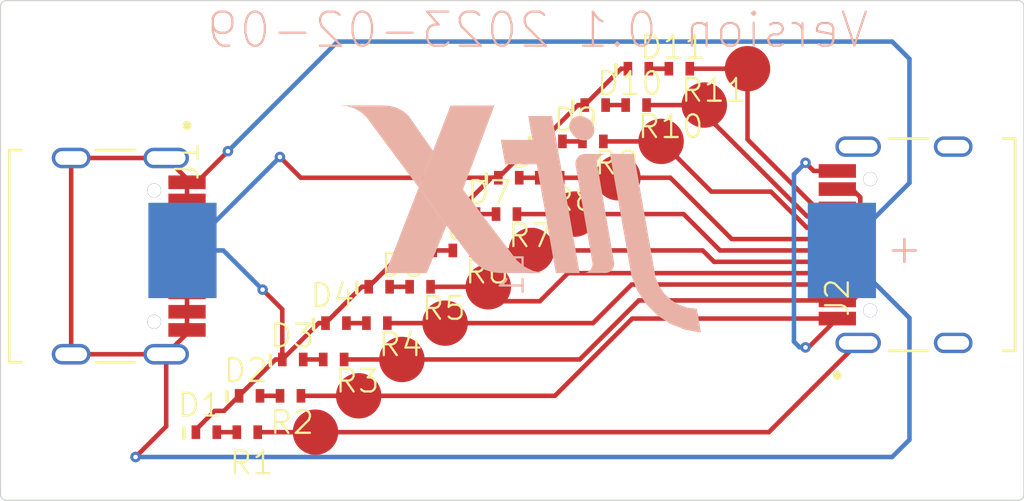
<source format=kicad_pcb>
(kicad_pcb (version 20211014) (generator pcbnew)
  (layers (0 "F.Cu" signal) (1 "In1.Cu" signal) (2 "In2.Cu" signal) (31 "B.Cu" signal) (34 "B.Paste" user) (35 "F.Paste" user) (36 "B.SilkS" user "B.Silkscreen") (37 "F.SilkS" user "F.Silkscreen") (38 "B.Mask" user) (39 "F.Mask" user) (44 "Edge.Cuts" user))
  (net 0 "")
  (net 1 "VBUS-net")
  (net 2 "GND")
  (net 3 "POWER")
  (net 4 "DN1-net")
  (net 5 "SBU2-net")
  (net 6 "DP2-net")
  (net 7 "CC1-net")
  (net 8 "SBU1-net")
  (net 9 "SHIELD-net")
  (net 10 "DN2-net")
  (net 11 "CC2-net")
  (net 12 "GND-net")
  (net 13 "DP1-net")
  (net 14 "a")
  (net 15 "status-led_a")
  (net 16 "test-led_status-led_a")
  (net 17 "test-led_status-led_a1")
  (net 18 "test-led_status-led_a2")
  (net 19 "test-led_status-led_a3")
  (net 20 "test-led_status-led_a4")
  (net 21 "test-led_status-led_a5")
  (net 22 "test-led_status-led_a6")
  (net 23 "test-led_status-led_a7")
  (net 24 "test-led_status-led_a8")
  (footprint "CAD:IPC_TWO_PIN_POL_LANDPATTERN" (layer "F.Cu") (at 143.15 101.6 90)
    (fp_text reference "D10" (at 0.95 0) (layer "F.SilkS") (effects (font (thickness 0.1)) (justify left)))
    (fp_text value "~" hide)
    (fp_line (start -0.2735 -0.9865) (end 0.1855 -0.9865) (layer "F.SilkS") (width 0.153))
    (pad "a" smd rect (at 0 0.459861 90) (size 0.6 0.380278) (layers "F.Cu" "F.Paste") (net 20 "test-led_status-led_a4"))
    (pad "c" smd rect (at 0 -0.459861 90) (size 0.6 0.380278) (layers "F.Cu" "F.Paste") (net 2 "GND"))
  )
  (footprint "CAD:IPC_TWO_PIN_LANDPATTERN" (layer "F.Cu") (at 137.35 108 -90)
    (fp_text reference "R6" (at 0.95 0) (layer "F.SilkS") (effects (font (thickness 0.1)) (justify left)))
    (fp_text value "1K" hide)
    (pad "1" smd rect (at 0 -0.459861 270) (size 0.6 0.380278) (layers "F.Cu" "F.Paste") (net 10 "DN2-net"))
    (pad "2" smd rect (at 0 0.459861 270) (size 0.6 0.380278) (layers "F.Cu" "F.Paste") (net 22 "test-led_status-led_a6"))
  )
  (footprint "CAD:IPC_TWO_PIN_POL_LANDPATTERN" (layer "F.Cu") (at 145.05 100 90)
    (fp_text reference "D11" (at 0.95 0) (layer "F.SilkS") (effects (font (thickness 0.1)) (justify left)))
    (fp_text value "~" hide)
    (fp_line (start -0.2735 -0.9865) (end 0.1855 -0.9865) (layer "F.SilkS") (width 0.153))
    (pad "a" smd rect (at 0 0.459861 90) (size 0.6 0.380278) (layers "F.Cu" "F.Paste") (net 23 "test-led_status-led_a7"))
    (pad "c" smd rect (at 0 -0.459861 90) (size 0.6 0.380278) (layers "F.Cu" "F.Paste") (net 2 "GND"))
  )
  (footprint "CAD:IPC_TWO_PIN_POL_LANDPATTERN" (layer "F.Cu") (at 129.85 112.8 90)
    (fp_text reference "D3" (at 1.04 -1.072) (layer "F.SilkS") (effects (font (thickness 0.1)) (justify left)))
    (fp_text value "~" hide)
    (fp_line (start -0.2735 -0.9865) (end 0.1855 -0.9865) (layer "F.SilkS") (width 0.153))
    (pad "a" smd rect (at 0 0.459861 90) (size 0.6 0.380278) (layers "F.Cu" "F.Paste") (net 15 "status-led_a"))
    (pad "c" smd rect (at 0 -0.459861 90) (size 0.6 0.380278) (layers "F.Cu" "F.Paste") (net 2 "GND"))
  )
  (footprint "CAD:IPC_TWO_PIN_POL_LANDPATTERN" (layer "F.Cu") (at 137.45 106.4 90)
    (fp_text reference "D7" (at 0.95 0) (layer "F.SilkS") (effects (font (thickness 0.1)) (justify left)))
    (fp_text value "~" hide)
    (fp_line (start -0.2735 -0.9865) (end 0.1855 -0.9865) (layer "F.SilkS") (width 0.153))
    (pad "a" smd rect (at 0 0.459861 90) (size 0.6 0.380278) (layers "F.Cu" "F.Paste") (net 14 "a"))
    (pad "c" smd rect (at 0 -0.459861 90) (size 0.6 0.380278) (layers "F.Cu" "F.Paste") (net 2 "GND"))
  )
  (footprint "CAD:IPC_TWO_PIN_POL_LANDPATTERN" (layer "F.Cu") (at 135.55 108 90)
    (fp_text reference "D6" (at 0.95 0) (layer "F.SilkS") (effects (font (thickness 0.1)) (justify left)))
    (fp_text value "~" hide)
    (fp_line (start -0.2735 -0.9865) (end 0.1855 -0.9865) (layer "F.SilkS") (width 0.153))
    (pad "a" smd rect (at 0 0.459861 90) (size 0.6 0.380278) (layers "F.Cu" "F.Paste") (net 22 "test-led_status-led_a6"))
    (pad "c" smd rect (at 0 -0.459861 90) (size 0.6 0.380278) (layers "F.Cu" "F.Paste") (net 2 "GND"))
  )
  (footprint "CAD:TESTPAD" (layer "F.Cu") (at 146.05 103.2)
    (fp_text reference "" (at 0 0) (layer "F.SilkS") (effects (font (size 1.27 1.27))))
    (fp_text value "~" hide)
    (pad "tp" smd circle (at 0 0) (size 2 2) (layers "F.Cu") (net 6 "DP2-net"))
  )
  (footprint "CAD:IPC_TWO_PIN_POL_LANDPATTERN" (layer "F.Cu") (at 133.65 109.6 90)
    (fp_text reference "D5" (at 0.95 0) (layer "F.SilkS") (effects (font (thickness 0.1)) (justify left)))
    (fp_text value "~" hide)
    (fp_line (start -0.2735 -0.9865) (end 0.1855 -0.9865) (layer "F.SilkS") (width 0.153))
    (pad "a" smd rect (at 0 0.459861 90) (size 0.6 0.380278) (layers "F.Cu" "F.Paste") (net 19 "test-led_status-led_a3"))
    (pad "c" smd rect (at 0 -0.459861 90) (size 0.6 0.380278) (layers "F.Cu" "F.Paste") (net 2 "GND"))
  )
  (footprint "CAD:LP_TYPE_C_31_M_12" (layer "F.Cu") (at 153.8 111 90)
    (fp_text reference "J2" (at 0 0 90) (layer "F.SilkS") (effects (font (thickness 0.1)) (justify left)))
    (fp_text value "~" hide)
    (fp_line (start 7.924 7.82) (end 7.924 7.28) (layer "F.SilkS") (width 0.12))
    (fp_line (start -1.42 7.82) (end 7.924 7.82) (layer "F.SilkS") (width 0.12))
    (fp_line (start -1.42 7.28) (end -1.42 7.82) (layer "F.SilkS") (width 0.12))
    (fp_line (start 7.924 4) (end 7.924 2.28) (layer "F.SilkS") (width 0.12))
    (fp_line (start -1.42 2.28) (end -1.42 4) (layer "F.SilkS") (width 0.12))
    (fp_poly (pts (xy -2.3 0) (xy -2.303843 -0.039018) (xy -2.315224 -0.076537) (xy -2.333706 -0.111114) (xy -2.358579 -0.141421) (xy -2.388886 -0.166294) (xy -2.423463 -0.184776) (xy -2.460982 -0.196157) (xy -2.5 -0.2) (xy -2.539018 -0.196157) (xy -2.576537 -0.184776) (xy -2.611114 -0.166294) (xy -2.641421 -0.141421) (xy -2.666294 -0.111114) (xy -2.684776 -0.076537) (xy -2.696157 -0.039018) (xy -2.7 0) (xy -2.696157 0.039018) (xy -2.684776 0.076537) (xy -2.666294 0.111114) (xy -2.641421 0.141421) (xy -2.611114 0.166294) (xy -2.576537 0.184776) (xy -2.539018 0.196157) (xy -2.5 0.2) (xy -2.460982 0.196157) (xy -2.423463 0.184776) (xy -2.388886 0.166294) (xy -2.358579 0.141421) (xy -2.333706 0.111114) (xy -2.315224 0.076537) (xy -2.303843 0.039018)) (layer "F.SilkS") (width 0) (fill solid))
    (pad "" np_thru_hole circle (at 6.14 1.446 180) (size 0.61 0.61) (drill 0.6) (layers F&B.Cu *.Mask))
    (pad "" np_thru_hole circle (at 0.36 1.446 180) (size 0.61 0.61) (drill 0.6) (layers F&B.Cu *.Mask))
    (pad "13" thru_hole oval (at -1.07 0.916 180) (size 2 0.9) (drill oval 1.7 0.6) (layers *.Cu) (net 9 "SHIELD-net"))
    (pad "14" thru_hole oval (at 7.57 0.916 180) (size 2 0.9) (drill oval 1.7 0.6) (layers *.Cu) (net 9 "SHIELD-net"))
    (pad "15" thru_hole oval (at -1.07 5.096 180) (size 1.7 0.9) (drill oval 1.4 0.6) (layers *.Cu) (net 9 "SHIELD-net"))
    (pad "16" thru_hole oval (at 7.57 5.096 180) (size 1.7 0.9) (drill oval 1.4 0.6) (layers *.Cu) (net 9 "SHIELD-net"))
    (pad "A1-B12" smd rect (at 0 0 90) (size 0.6 1.64) (layers "F.Cu" "F.Paste") (net 12 "GND-net"))
    (pad "A4-B9" smd rect (at 0.8 0 90) (size 0.6 1.64) (layers "F.Cu" "F.Paste") (net 1 "VBUS-net"))
    (pad "A5" smd rect (at 2 0 90) (size 0.3 1.64) (layers "F.Cu" "F.Paste") (net 7 "CC1-net"))
    (pad "A6" smd rect (at 3 0 90) (size 0.3 1.64) (layers "F.Cu" "F.Paste") (net 13 "DP1-net"))
    (pad "A7" smd rect (at 3.5 0 90) (size 0.3 1.64) (layers "F.Cu" "F.Paste") (net 4 "DN1-net"))
    (pad "A8" smd rect (at 4.5 0 90) (size 0.3 1.64) (layers "F.Cu" "F.Paste") (net 8 "SBU1-net"))
    (pad "B1-A12" smd rect (at 6.5 0 90) (size 0.6 1.64) (layers "F.Cu" "F.Paste") (net 12 "GND-net"))
    (pad "B4-A9" smd rect (at 5.7 0 90) (size 0.6 1.64) (layers "F.Cu" "F.Paste") (net 1 "VBUS-net"))
    (pad "B5" smd rect (at 5 0 90) (size 0.3 1.64) (layers "F.Cu" "F.Paste") (net 11 "CC2-net"))
    (pad "B6" smd rect (at 4 0 90) (size 0.3 1.64) (layers "F.Cu" "F.Paste") (net 6 "DP2-net"))
    (pad "B7" smd rect (at 2.5 0 90) (size 0.3 1.64) (layers "F.Cu" "F.Paste") (net 10 "DN2-net"))
    (pad "B8" smd rect (at 1.5 0 90) (size 0.3 1.64) (layers "F.Cu" "F.Paste") (net 5 "SBU2-net"))
  )
  (footprint "CAD:TESTPAD" (layer "F.Cu") (at 136.55 111.2)
    (fp_text reference "" (at 0 0) (layer "F.SilkS") (effects (font (size 1.27 1.27))))
    (fp_text value "~" hide)
    (pad "tp" smd circle (at 0 0) (size 2 2) (layers "F.Cu") (net 5 "SBU2-net"))
  )
  (footprint "CAD:IPC_TWO_PIN_LANDPATTERN" (layer "F.Cu") (at 139.25 106.4 -90)
    (fp_text reference "R7" (at 0.95 0) (layer "F.SilkS") (effects (font (thickness 0.1)) (justify left)))
    (fp_text value "1K" hide)
    (pad "1" smd rect (at 0 -0.459861 270) (size 0.6 0.380278) (layers "F.Cu" "F.Paste") (net 13 "DP1-net"))
    (pad "2" smd rect (at 0 0.459861 270) (size 0.6 0.380278) (layers "F.Cu" "F.Paste") (net 14 "a"))
  )
  (footprint "CAD:TESTPAD" (layer "F.Cu") (at 147.95 101.6)
    (fp_text reference "" (at 0 0) (layer "F.SilkS") (effects (font (size 1.27 1.27))))
    (fp_text value "~" hide)
    (pad "tp" smd circle (at 0 0) (size 2 2) (layers "F.Cu") (net 8 "SBU1-net"))
  )
  (footprint "CAD:IPC_TWO_PIN_POL_LANDPATTERN" (layer "F.Cu") (at 131.75 111.2 90)
    (fp_text reference "D4" (at 1.218 -1.194) (layer "F.SilkS") (effects (font (thickness 0.1)) (justify left)))
    (fp_text value "~" hide)
    (fp_line (start -0.2735 -0.9865) (end 0.1855 -0.9865) (layer "F.SilkS") (width 0.153))
    (pad "a" smd rect (at 0 0.459861 90) (size 0.6 0.380278) (layers "F.Cu" "F.Paste") (net 17 "test-led_status-led_a1"))
    (pad "c" smd rect (at 0 -0.459861 90) (size 0.6 0.380278) (layers "F.Cu" "F.Paste") (net 2 "GND"))
  )
  (footprint "CAD:TESTPAD" (layer "F.Cu") (at 132.75 114.4)
    (fp_text reference "" (at 0 0) (layer "F.SilkS") (effects (font (size 1.27 1.27))))
    (fp_text value "~" hide)
    (pad "tp" smd circle (at 0 0) (size 2 2) (layers "F.Cu") (net 12 "GND-net"))
  )
  (footprint "CAD:IPC_TWO_PIN_LANDPATTERN" (layer "F.Cu") (at 141.15 104.8 -90)
    (fp_text reference "R8" (at 0.95 0) (layer "F.SilkS") (effects (font (thickness 0.1)) (justify left)))
    (fp_text value "1K" hide)
    (pad "1" smd rect (at 0 -0.459861 270) (size 0.6 0.380278) (layers "F.Cu" "F.Paste") (net 4 "DN1-net"))
    (pad "2" smd rect (at 0 0.459861 270) (size 0.6 0.380278) (layers "F.Cu" "F.Paste") (net 16 "test-led_status-led_a"))
  )
  (footprint "CAD:TESTPAD" (layer "F.Cu") (at 142.25 106.4)
    (fp_text reference "" (at 0 0) (layer "F.SilkS") (effects (font (size 1.27 1.27))))
    (fp_text value "~" hide)
    (pad "tp" smd circle (at 0 0) (size 2 2) (layers "F.Cu") (net 13 "DP1-net"))
  )
  (footprint "CAD:LP_TYPE_C_31_M_12" (layer "F.Cu") (at 125.2 105 -90)
    (fp_text reference "J1" (at 0 0 90) (layer "F.SilkS") (effects (font (thickness 0.1)) (justify left)))
    (fp_text value "~" hide)
    (fp_line (start -1.42 7.28) (end -1.42 7.82) (layer "F.SilkS") (width 0.12))
    (fp_line (start 7.924 4) (end 7.924 2.28) (layer "F.SilkS") (width 0.12))
    (fp_line (start 7.924 7.82) (end 7.924 7.28) (layer "F.SilkS") (width 0.12))
    (fp_line (start -1.42 2.28) (end -1.42 4) (layer "F.SilkS") (width 0.12))
    (fp_line (start -1.42 7.82) (end 7.924 7.82) (layer "F.SilkS") (width 0.12))
    (fp_poly (pts (xy -2.3 0) (xy -2.303843 -0.039018) (xy -2.315224 -0.076537) (xy -2.333706 -0.111114) (xy -2.358579 -0.141421) (xy -2.388886 -0.166294) (xy -2.423463 -0.184776) (xy -2.460982 -0.196157) (xy -2.5 -0.2) (xy -2.539018 -0.196157) (xy -2.576537 -0.184776) (xy -2.611114 -0.166294) (xy -2.641421 -0.141421) (xy -2.666294 -0.111114) (xy -2.684776 -0.076537) (xy -2.696157 -0.039018) (xy -2.7 0) (xy -2.696157 0.039018) (xy -2.684776 0.076537) (xy -2.666294 0.111114) (xy -2.641421 0.141421) (xy -2.611114 0.166294) (xy -2.576537 0.184776) (xy -2.539018 0.196157) (xy -2.5 0.2) (xy -2.460982 0.196157) (xy -2.423463 0.184776) (xy -2.388886 0.166294) (xy -2.358579 0.141421) (xy -2.333706 0.111114) (xy -2.315224 0.076537) (xy -2.303843 0.039018)) (layer "F.SilkS") (width 0) (fill solid))
    (pad "" np_thru_hole circle (at 0.36 1.446) (size 0.61 0.61) (drill 0.6) (layers F&B.Cu *.Mask))
    (pad "" np_thru_hole circle (at 6.14 1.446) (size 0.61 0.61) (drill 0.6) (layers F&B.Cu *.Mask))
    (pad "13" thru_hole oval (at -1.07 0.916) (size 2 0.9) (drill oval 1.7 0.6) (layers *.Cu) (net 3 "POWER"))
    (pad "14" thru_hole oval (at 7.57 0.916) (size 2 0.9) (drill oval 1.7 0.6) (layers *.Cu) (net 3 "POWER"))
    (pad "15" thru_hole oval (at -1.07 5.096) (size 1.7 0.9) (drill oval 1.4 0.6) (layers *.Cu) (net 3 "POWER"))
    (pad "16" thru_hole oval (at 7.57 5.096) (size 1.7 0.9) (drill oval 1.4 0.6) (layers *.Cu) (net 3 "POWER"))
    (pad "A1-B12" smd rect (at 0 0 270) (size 0.6 1.64) (layers "F.Cu" "F.Paste") (net 3 "POWER"))
    (pad "A4-B9" smd rect (at 0.8 0 270) (size 0.6 1.64) (layers "F.Cu" "F.Paste") (net 3 "POWER"))
    (pad "A5" smd rect (at 2 0 270) (size 0.3 1.64) (layers "F.Cu" "F.Paste") (net 3 "POWER"))
    (pad "A6" smd rect (at 3 0 270) (size 0.3 1.64) (layers "F.Cu" "F.Paste") (net 3 "POWER"))
    (pad "A7" smd rect (at 3.5 0 270) (size 0.3 1.64) (layers "F.Cu" "F.Paste") (net 3 "POWER"))
    (pad "A8" smd rect (at 4.5 0 270) (size 0.3 1.64) (layers "F.Cu" "F.Paste") (net 3 "POWER"))
    (pad "B1-A12" smd rect (at 6.5 0 270) (size 0.6 1.64) (layers "F.Cu" "F.Paste") (net 3 "POWER"))
    (pad "B4-A9" smd rect (at 5.7 0 270) (size 0.6 1.64) (layers "F.Cu" "F.Paste") (net 3 "POWER"))
    (pad "B5" smd rect (at 5 0 270) (size 0.3 1.64) (layers "F.Cu" "F.Paste") (net 3 "POWER"))
    (pad "B6" smd rect (at 4 0 270) (size 0.3 1.64) (layers "F.Cu" "F.Paste") (net 3 "POWER"))
    (pad "B7" smd rect (at 2.5 0 270) (size 0.3 1.64) (layers "F.Cu" "F.Paste") (net 3 "POWER"))
    (pad "B8" smd rect (at 1.5 0 270) (size 0.3 1.64) (layers "F.Cu" "F.Paste") (net 3 "POWER"))
  )
  (footprint "CAD:TESTPAD" (layer "F.Cu") (at 140.35 108)
    (fp_text reference "" (at 0 0) (layer "F.SilkS") (effects (font (size 1.27 1.27))))
    (fp_text value "~" hide)
    (pad "tp" smd circle (at 0 0) (size 2 2) (layers "F.Cu") (net 10 "DN2-net"))
  )
  (footprint "CAD:TESTPAD" (layer "F.Cu") (at 144.15 104.8)
    (fp_text reference "" (at 0 0) (layer "F.SilkS") (effects (font (size 1.27 1.27))))
    (fp_text value "~" hide)
    (pad "tp" smd circle (at 0 0) (size 2 2) (layers "F.Cu") (net 4 "DN1-net"))
  )
  (footprint "CAD:IPC_TWO_PIN_LANDPATTERN" (layer "F.Cu") (at 131.65 112.8 -90)
    (fp_text reference "R3" (at 0.95 0) (layer "F.SilkS") (effects (font (thickness 0.1)) (justify left)))
    (fp_text value "1K" hide)
    (pad "1" smd rect (at 0 -0.459861 270) (size 0.6 0.380278) (layers "F.Cu" "F.Paste") (net 1 "VBUS-net"))
    (pad "2" smd rect (at 0 0.459861 270) (size 0.6 0.380278) (layers "F.Cu" "F.Paste") (net 15 "status-led_a"))
  )
  (footprint "CAD:IPC_TWO_PIN_POL_LANDPATTERN" (layer "F.Cu") (at 139.35 104.8 90)
    (fp_text reference "D8" (at 0.95 0) (layer "F.SilkS") (effects (font (thickness 0.1)) (justify left)))
    (fp_text value "~" hide)
    (fp_line (start -0.2735 -0.9865) (end 0.1855 -0.9865) (layer "F.SilkS") (width 0.153))
    (pad "a" smd rect (at 0 0.459861 90) (size 0.6 0.380278) (layers "F.Cu" "F.Paste") (net 16 "test-led_status-led_a"))
    (pad "c" smd rect (at 0 -0.459861 90) (size 0.6 0.380278) (layers "F.Cu" "F.Paste") (net 2 "GND"))
  )
  (footprint "CAD:IPC_TWO_PIN_LANDPATTERN" (layer "F.Cu") (at 127.85 116 -90)
    (fp_text reference "R1" (at 1.348 0.85) (layer "F.SilkS") (effects (font (thickness 0.1)) (justify left)))
    (fp_text value "1K" hide)
    (pad "1" smd rect (at 0 -0.459861 270) (size 0.6 0.380278) (layers "F.Cu" "F.Paste") (net 9 "SHIELD-net"))
    (pad "2" smd rect (at 0 0.459861 270) (size 0.6 0.380278) (layers "F.Cu" "F.Paste") (net 21 "test-led_status-led_a5"))
  )
  (footprint "CAD:IPC_TWO_PIN_LANDPATTERN" (layer "F.Cu") (at 133.55 111.2 -90)
    (fp_text reference "R4" (at 0.95 0) (layer "F.SilkS") (effects (font (thickness 0.1)) (justify left)))
    (fp_text value "1K" hide)
    (pad "1" smd rect (at 0 -0.459861 270) (size 0.6 0.380278) (layers "F.Cu" "F.Paste") (net 5 "SBU2-net"))
    (pad "2" smd rect (at 0 0.459861 270) (size 0.6 0.380278) (layers "F.Cu" "F.Paste") (net 17 "test-led_status-led_a1"))
  )
  (footprint "CAD:IPC_TWO_PIN_LANDPATTERN" (layer "F.Cu") (at 144.95 101.6 -90)
    (fp_text reference "R10" (at 0.95 0) (layer "F.SilkS") (effects (font (thickness 0.1)) (justify left)))
    (fp_text value "1K" hide)
    (pad "1" smd rect (at 0 -0.459861 270) (size 0.6 0.380278) (layers "F.Cu" "F.Paste") (net 8 "SBU1-net"))
    (pad "2" smd rect (at 0 0.459861 270) (size 0.6 0.380278) (layers "F.Cu" "F.Paste") (net 20 "test-led_status-led_a4"))
  )
  (footprint "CAD:TESTPAD" (layer "F.Cu") (at 138.45 109.6)
    (fp_text reference "" (at 0 0) (layer "F.SilkS") (effects (font (size 1.27 1.27))))
    (fp_text value "~" hide)
    (pad "tp" smd circle (at 0 0) (size 2 2) (layers "F.Cu") (net 7 "CC1-net"))
  )
  (footprint "CAD:IPC_TWO_PIN_LANDPATTERN" (layer "F.Cu") (at 146.85 100 -90)
    (fp_text reference "R11" (at 0.95 0) (layer "F.SilkS") (effects (font (thickness 0.1)) (justify left)))
    (fp_text value "1K" hide)
    (pad "1" smd rect (at 0 -0.459861 270) (size 0.6 0.380278) (layers "F.Cu" "F.Paste") (net 11 "CC2-net"))
    (pad "2" smd rect (at 0 0.459861 270) (size 0.6 0.380278) (layers "F.Cu" "F.Paste") (net 23 "test-led_status-led_a7"))
  )
  (footprint "CAD:TESTPAD" (layer "F.Cu") (at 149.85 100)
    (fp_text reference "" (at 0 0) (layer "F.SilkS") (effects (font (size 1.27 1.27))))
    (fp_text value "~" hide)
    (pad "tp" smd circle (at 0 0) (size 2 2) (layers "F.Cu") (net 11 "CC2-net"))
  )
  (footprint "CAD:IPC_TWO_PIN_POL_LANDPATTERN" (layer "F.Cu") (at 127.95 114.4 90)
    (fp_text reference "D2" (at 1.116 -1.204) (layer "F.SilkS") (effects (font (thickness 0.1)) (justify left)))
    (fp_text value "~" hide)
    (fp_line (start -0.2735 -0.9865) (end 0.1855 -0.9865) (layer "F.SilkS") (width 0.153))
    (pad "a" smd rect (at 0 0.459861 90) (size 0.6 0.380278) (layers "F.Cu" "F.Paste") (net 24 "test-led_status-led_a8"))
    (pad "c" smd rect (at 0 -0.459861 90) (size 0.6 0.380278) (layers "F.Cu" "F.Paste") (net 2 "GND"))
  )
  (footprint "CAD:IPC_TWO_PIN_LANDPATTERN" (layer "F.Cu") (at 135.45 109.6 -90)
    (fp_text reference "R5" (at 0.95 0) (layer "F.SilkS") (effects (font (thickness 0.1)) (justify left)))
    (fp_text value "1K" hide)
    (pad "1" smd rect (at 0 -0.459861 270) (size 0.6 0.380278) (layers "F.Cu" "F.Paste") (net 7 "CC1-net"))
    (pad "2" smd rect (at 0 0.459861 270) (size 0.6 0.380278) (layers "F.Cu" "F.Paste") (net 19 "test-led_status-led_a3"))
  )
  (footprint "CAD:IPC_TWO_PIN_POL_LANDPATTERN" (layer "F.Cu") (at 126.05 116 90)
    (fp_text reference "D1" (at 1.192 -1.336) (layer "F.SilkS") (effects (font (thickness 0.1)) (justify left)))
    (fp_text value "~" hide)
    (fp_line (start -0.2735 -0.9865) (end 0.1855 -0.9865) (layer "F.SilkS") (width 0.153))
    (pad "a" smd rect (at 0 0.459861 90) (size 0.6 0.380278) (layers "F.Cu" "F.Paste") (net 21 "test-led_status-led_a5"))
    (pad "c" smd rect (at 0 -0.459861 90) (size 0.6 0.380278) (layers "F.Cu" "F.Paste") (net 2 "GND"))
  )
  (footprint "CAD:TESTPAD" (layer "F.Cu") (at 130.85 116)
    (fp_text reference "" (at 0 0) (layer "F.SilkS") (effects (font (size 1.27 1.27))))
    (fp_text value "~" hide)
    (pad "tp" smd circle (at 0 0) (size 2 2) (layers "F.Cu") (net 9 "SHIELD-net"))
  )
  (footprint "CAD:TESTPAD" (layer "F.Cu") (at 134.65 112.8)
    (fp_text reference "" (at 0 0) (layer "F.SilkS") (effects (font (size 1.27 1.27))))
    (fp_text value "~" hide)
    (pad "tp" smd circle (at 0 0) (size 2 2) (layers "F.Cu") (net 1 "VBUS-net"))
  )
  (footprint "CAD:IPC_TWO_PIN_POL_LANDPATTERN" (layer "F.Cu") (at 141.25 103.2 90)
    (fp_text reference "D9" (at 0.95 0) (layer "F.SilkS") (effects (font (thickness 0.1)) (justify left)))
    (fp_text value "~" hide)
    (fp_line (start -0.2735 -0.9865) (end 0.1855 -0.9865) (layer "F.SilkS") (width 0.153))
    (pad "a" smd rect (at 0 0.459861 90) (size 0.6 0.380278) (layers "F.Cu" "F.Paste") (net 18 "test-led_status-led_a2"))
    (pad "c" smd rect (at 0 -0.459861 90) (size 0.6 0.380278) (layers "F.Cu" "F.Paste") (net 2 "GND"))
  )
  (footprint "CAD:IPC_TWO_PIN_LANDPATTERN" (layer "F.Cu") (at 143.05 103.2 -90)
    (fp_text reference "R9" (at 0.95 0) (layer "F.SilkS") (effects (font (thickness 0.1)) (justify left)))
    (fp_text value "1K" hide)
    (pad "1" smd rect (at 0 -0.459861 270) (size 0.6 0.380278) (layers "F.Cu" "F.Paste") (net 6 "DP2-net"))
    (pad "2" smd rect (at 0 0.459861 270) (size 0.6 0.380278) (layers "F.Cu" "F.Paste") (net 18 "test-led_status-led_a2"))
  )
  (footprint "CAD:IPC_TWO_PIN_LANDPATTERN" (layer "F.Cu") (at 129.75 114.4 -90)
    (fp_text reference "R2" (at 1.17 0.972) (layer "F.SilkS") (effects (font (thickness 0.1)) (justify left)))
    (fp_text value "1K" hide)
    (pad "1" smd rect (at 0 -0.459861 270) (size 0.6 0.380278) (layers "F.Cu" "F.Paste") (net 12 "GND-net"))
    (pad "2" smd rect (at 0 0.459861 270) (size 0.6 0.380278) (layers "F.Cu" "F.Paste") (net 24 "test-led_status-led_a8"))
  )
  (footprint "CAD:CR2032_BS_6_1_LANDPATTERN" (layer "B.Cu") (at 139.5 108 -90)
    (fp_text reference "B1" (at 0 0 90) (layer "B.SilkS") (effects (font (thickness 0.1)) (justify left mirror)))
    (fp_text value "~" hide)
    (fp_line (start 0 -17.75) (end 0 -16.75) (layer "B.SilkS") (width 0.12))
    (fp_line (start 0.5 -17.25) (end -0.5 -17.25) (layer "B.SilkS") (width 0.12))
    (pad "1" smd rect (at 0 -14.5 270) (size 4.2 3) (layers "B.Cu" "B.Paste") (net 3 "POWER"))
    (pad "2" smd rect (at 0 14.5 270) (size 4.2 3) (layers "B.Cu" "B.Paste") (net 2 "GND"))
  )
  (footprint "CAD:JITX_SM_LP" (layer "B.Cu") (at 149.5 113)
    (fp_text reference "" (at 0 0) (layer "F.SilkS") (effects (font (size 1.27 1.27))))
    (fp_text value "~" hide)
    (fp_poly (pts (xy -7.031324 -4.004453) (xy -8.079964 -4.004479) (xy -8.92176 -8.78854) (xy -10.311906 -8.790589) (xy -10.500187 -9.871262) (xy -9.11319 -9.871851) (xy -9.296221 -10.921234) (xy -8.248067 -10.921157)) (layer "B.SilkS") (width 0) (fill solid))
    (fp_poly (pts (xy -5.698329 -9.252033) (xy -4.648562 -9.252085) (xy -3.690317 -3.807114) (xy -3.535598 -3.43163) (xy -3.305184 -3.097211) (xy -3.009435 -2.818896) (xy -2.661651 -2.609199) (xy -2.27747 -2.477551) (xy -1.874167 -2.42987) (xy -1.700308 -1.384404) (xy -2.388093 -1.505376) (xy -3.037111 -1.763173) (xy -3.620446 -2.147105) (xy -4.113907 -2.64125) (xy -4.497032 -3.225115) (xy -4.753931 -3.874489)) (layer "B.SilkS") (width 0) (fill solid))
    (fp_poly (pts (xy -7.051895 -10.921352) (xy -6.897318 -10.903319) (xy -6.75096 -10.850419) (xy -6.620575 -10.765457) (xy -6.51307 -10.652933) (xy -6.434141 -10.518809) (xy -6.434142 -10.518811) (xy -6.400326 -10.430937) (xy -6.384303 -10.338154) (xy -6.38669 -10.244028) (xy -6.407393 -10.152177) (xy -6.445618 -10.066129) (xy -6.499896 -9.989192) (xy -6.56814 -9.924322) (xy -6.647728 -9.874013) (xy -6.647729 -9.874013) (xy -6.769081 -9.847336) (xy -6.893317 -9.845454) (xy -7.015423 -9.868441) (xy -7.13047 -9.915371) (xy -7.233815 -9.984348) (xy -7.321288 -10.07259) (xy -7.389358 -10.176535) (xy -7.389357 -10.176535) (xy -7.443593 -10.267715) (xy -7.476179 -10.368678) (xy -7.485482 -10.474361) (xy -7.471036 -10.579463) (xy -7.433563 -10.678716) (xy -7.374945 -10.767143) (xy -7.298119 -10.840308) (xy -7.179762 -10.895276) (xy -7.051895 -10.921352)) (layer "B.SilkS") (width 0) (fill solid))
    (fp_poly (pts (xy -12.885304 -6.092977) (xy -14.111773 -7.765924) (xy -13.481211 -9.389138) (xy -12.708341 -11.378684) (xy -10.779829 -11.380425) (xy -12.164753 -7.686614) (xy -9.802123 -4.568678) (xy -9.470643 -4.29299) (xy -9.084344 -4.101533) (xy -8.664215 -4.004709) (xy -10.545228 -4.004978) (xy -10.87801 -4.041087) (xy -11.194895 -4.148939) (xy -11.48061 -4.323338) (xy -11.721386 -4.555877)) (layer "B.SilkS") (width 0) (fill solid))
    (fp_poly (pts (xy -14.111773 -7.765924) (xy -16.394194 -10.844827) (xy -16.640811 -11.075212) (xy -16.931407 -11.246824) (xy -17.252236 -11.351545) (xy -17.588118 -11.38442) (xy -15.732548 -11.382432) (xy -15.414814 -11.369462) (xy -15.106673 -11.290898) (xy -14.821516 -11.150153) (xy -14.571737 -10.953344) (xy -13.481211 -9.389138)) (layer "B.SilkS") (width 0) (fill solid))
    (fp_poly (pts (xy -12.885304 -6.092977) (xy -14.111773 -7.765924) (xy -15.572904 -4.004632) (xy -13.760208 -4.004402)) (layer "B.SilkS") (width 0) (fill solid))
    (fp_poly (pts (xy -6.809244 -4.008525) (xy -6.722277 -4.031863) (xy -6.642683 -4.073968) (xy -6.574455 -4.132729) (xy -6.521013 -4.205199) (xy -6.485036 -4.287744) (xy -6.46833 -4.376225) (xy -6.471731 -4.466205) (xy -7.217581 -8.776761) (xy -7.217954 -8.872548) (xy -7.197003 -8.966017) (xy -7.155778 -9.052479) (xy -7.096348 -9.127601) (xy -7.021691 -9.187614) (xy -6.935552 -9.22951) (xy -6.842249 -9.251188) (xy -5.904354 -9.249219) (xy -5.993911 -9.226692) (xy -6.076314 -9.185006) (xy -6.147522 -9.126207) (xy -6.204043 -9.053178) (xy -6.243105 -8.969499) (xy -6.262792 -8.879275) (xy -6.262139 -8.786931) (xy -5.510663 -4.426106) (xy -5.515815 -4.346662) (xy -5.536366 -4.26975) (xy -5.571527 -4.198325) (xy -5.619947 -4.135131) (xy -5.679764 -4.082598) (xy -5.748682 -4.042745) (xy -5.82405 -4.017102) (xy -5.902972 -4.006655)) (layer "B.SilkS") (width 0) (fill solid))
  )
  (footprint "CAD:TEXT_LP" (layer "B.Cu") (at 154.94 98.298)
    (fp_text reference "" (at 0 0 180) (layer "F.SilkS") (effects (font (size 1.27 1.27))))
    (fp_text value "~" hide)
    (fp_text user "Version 0.1 2023-02-09" (at -28.956 0 180) (layer "B.SilkS") (effects (font (size 1.5 1.5) (thickness 0.1)) (justify right mirror)))
  )
  (gr_line (start 117 97.25) (end 117 118.75) (layer "Edge.Cuts") (width 0.05))
  (gr_line (start 117.201227 118.995196) (end 117.25 119) (layer "Edge.Cuts") (width 0.05))
  (gr_line (start 117.154329 97.01903) (end 117.111107 97.042133) (layer "Edge.Cuts") (width 0.05))
  (gr_line (start 161.98097 97.154329) (end 161.957867 97.111107) (layer "Edge.Cuts") (width 0.05))
  (gr_line (start 117.111107 118.957867) (end 117.154329 118.98097) (layer "Edge.Cuts") (width 0.05))
  (gr_line (start 161.98097 118.845671) (end 161.995196 118.798773) (layer "Edge.Cuts") (width 0.05))
  (gr_line (start 117.042133 97.111107) (end 117.01903 97.154329) (layer "Edge.Cuts") (width 0.05))
  (gr_line (start 162 97.25) (end 161.995196 97.201227) (layer "Edge.Cuts") (width 0.05))
  (gr_line (start 117.25 97) (end 117.201227 97.004804) (layer "Edge.Cuts") (width 0.05))
  (gr_line (start 162 118.75) (end 162 97.25) (layer "Edge.Cuts") (width 0.05))
  (gr_line (start 161.995196 118.798773) (end 162 118.75) (layer "Edge.Cuts") (width 0.05))
  (gr_line (start 161.888893 118.957867) (end 161.926777 118.926777) (layer "Edge.Cuts") (width 0.05))
  (gr_line (start 161.798773 97.004804) (end 161.75 97) (layer "Edge.Cuts") (width 0.05))
  (gr_line (start 117.111107 97.042133) (end 117.073223 97.073223) (layer "Edge.Cuts") (width 0.05))
  (gr_line (start 161.926777 97.073223) (end 161.888893 97.042133) (layer "Edge.Cuts") (width 0.05))
  (gr_line (start 117.004804 118.798773) (end 117.01903 118.845671) (layer "Edge.Cuts") (width 0.05))
  (gr_line (start 161.957867 97.111107) (end 161.926777 97.073223) (layer "Edge.Cuts") (width 0.05))
  (gr_line (start 117.073223 118.926777) (end 117.111107 118.957867) (layer "Edge.Cuts") (width 0.05))
  (gr_line (start 117.25 119) (end 161.75 119) (layer "Edge.Cuts") (width 0.05))
  (gr_line (start 117.201227 97.004804) (end 117.154329 97.01903) (layer "Edge.Cuts") (width 0.05))
  (gr_line (start 161.798773 118.995196) (end 161.845671 118.98097) (layer "Edge.Cuts") (width 0.05))
  (gr_line (start 161.75 119) (end 161.798773 118.995196) (layer "Edge.Cuts") (width 0.05))
  (gr_line (start 161.75 97) (end 117.25 97) (layer "Edge.Cuts") (width 0.05))
  (gr_line (start 161.845671 118.98097) (end 161.888893 118.957867) (layer "Edge.Cuts") (width 0.05))
  (gr_line (start 117.042133 118.888893) (end 117.073223 118.926777) (layer "Edge.Cuts") (width 0.05))
  (gr_line (start 117.004804 97.201227) (end 117 97.25) (layer "Edge.Cuts") (width 0.05))
  (gr_line (start 161.845671 97.01903) (end 161.798773 97.004804) (layer "Edge.Cuts") (width 0.05))
  (gr_line (start 117.01903 118.845671) (end 117.042133 118.888893) (layer "Edge.Cuts") (width 0.05))
  (gr_line (start 117.073223 97.073223) (end 117.042133 97.111107) (layer "Edge.Cuts") (width 0.05))
  (gr_line (start 117 118.75) (end 117.004804 118.798773) (layer "Edge.Cuts") (width 0.05))
  (gr_line (start 161.888893 97.042133) (end 161.845671 97.01903) (layer "Edge.Cuts") (width 0.05))
  (gr_line (start 117.154329 118.98097) (end 117.201227 118.995196) (layer "Edge.Cuts") (width 0.05))
  (gr_line (start 117.01903 97.154329) (end 117.004804 97.201227) (layer "Edge.Cuts") (width 0.05))
  (gr_line (start 161.957867 118.888893) (end 161.98097 118.845671) (layer "Edge.Cuts") (width 0.05))
  (gr_line (start 161.926777 118.926777) (end 161.957867 118.888893) (layer "Edge.Cuts") (width 0.05))
  (gr_line (start 161.995196 97.201227) (end 161.98097 97.154329) (layer "Edge.Cuts") (width 0.05))
  (segment (start 153.8 110.2) (end 145.07 110.2) (width 0.2) (layer "F.Cu") (net 1))
  (segment (start 132.109861 112.8) (end 134.65 112.8) (width 0.2) (layer "F.Cu") (net 1))
  (segment (start 153.8 105.3) (end 154.45 105.3) (width 0.2) (layer "F.Cu") (net 1))
  (segment (start 145.07 110.2) (end 142.47 112.8) (width 0.2) (layer "F.Cu") (net 1))
  (segment (start 154.81 109.858) (end 154.468 110.2) (width 0.2) (layer "F.Cu") (net 1))
  (segment (start 142.47 112.8) (end 134.65 112.8) (width 0.2) (layer "F.Cu") (net 1))
  (segment (start 154.81 105.66) (end 154.81 109.858) (width 0.2) (layer "F.Cu") (net 1))
  (segment (start 154.468 110.2) (end 153.8 110.2) (width 0.2) (layer "F.Cu") (net 1))
  (segment (start 154.45 105.3) (end 154.81 105.66) (width 0.2) (layer "F.Cu") (net 1))
  (segment (start 140.790139 103.2) (end 142.390139 101.6) (width 0.2) (layer "F.Cu") (net 2))
  (segment (start 125.590139 116) (end 125.590139 115.890139) (width 0.2) (layer "F.Cu") (net 2))
  (segment (start 136.990139 106.4) (end 136.690139 106.4) (width 0.2) (layer "F.Cu") (net 2))
  (segment (start 136.990139 106.4) (end 138.590139 104.8) (width 0.2) (layer "F.Cu") (net 2))
  (segment (start 136.690139 106.4) (end 135.090139 108) (width 0.2) (layer "F.Cu") (net 2))
  (segment (start 129.390139 110.594139) (end 128.524 109.728) (width 0.2) (layer "F.Cu") (net 2))
  (segment (start 130.990139 111.2) (end 131.290139 111.2) (width 0.2) (layer "F.Cu") (net 2))
  (segment (start 133.190139 109.6) (end 134.790139 108) (width 0.2) (layer "F.Cu") (net 2))
  (segment (start 131.290139 111.2) (end 132.890139 109.6) (width 0.2) (layer "F.Cu") (net 2))
  (segment (start 130.2 104.8) (end 129.286 103.886) (width 0.2) (layer "F.Cu") (net 2))
  (segment (start 138.890139 104.8) (end 130.2 104.8) (width 0.2) (layer "F.Cu") (net 2))
  (segment (start 138.890139 104.8) (end 140.490139 103.2) (width 0.2) (layer "F.Cu") (net 2))
  (segment (start 132.890139 109.6) (end 133.190139 109.6) (width 0.2) (layer "F.Cu") (net 2))
  (segment (start 134.790139 108) (end 135.090139 108) (width 0.2) (layer "F.Cu") (net 2))
  (segment (start 138.590139 104.8) (end 138.890139 104.8) (width 0.2) (layer "F.Cu") (net 2))
  (segment (start 140.490139 103.2) (end 140.790139 103.2) (width 0.2) (layer "F.Cu") (net 2))
  (segment (start 129.390139 112.8) (end 130.990139 111.2) (width 0.2) (layer "F.Cu") (net 2))
  (segment (start 127.490139 114.4) (end 129.090139 112.8) (width 0.2) (layer "F.Cu") (net 2))
  (segment (start 129.390139 112.8) (end 129.390139 110.594139) (width 0.2) (layer "F.Cu") (net 2))
  (segment (start 142.690139 101.6) (end 144.290139 100) (width 0.2) (layer "F.Cu") (net 2))
  (segment (start 129.090139 112.8) (end 129.390139 112.8) (width 0.2) (layer "F.Cu") (net 2))
  (segment (start 126.828139 115.062) (end 127.490139 114.4) (width 0.2) (layer "F.Cu") (net 2))
  (segment (start 126.418278 115.062) (end 126.828139 115.062) (width 0.2) (layer "F.Cu") (net 2))
  (segment (start 144.290139 100) (end 144.590139 100) (width 0.2) (layer "F.Cu") (net 2))
  (segment (start 142.390139 101.6) (end 142.690139 101.6) (width 0.2) (layer "F.Cu") (net 2))
  (segment (start 125.590139 115.890139) (end 126.418278 115.062) (width 0.2) (layer "F.Cu") (net 2))
  (via (at 128.524 109.728) (size 0.46) (drill 0.2) (layers "F.Cu" "B.Cu") (net 2))
  (via (at 129.286 103.886) (size 0.46) (drill 0.2) (layers "F.Cu" "B.Cu") (net 2))
  (segment (start 128.524 109.728) (end 126.796 108) (width 0.2) (layer "B.Cu") (net 2))
  (segment (start 125.172 108) (end 125 108) (width 0.2) (layer "B.Cu") (net 2))
  (segment (start 129.286 103.886) (end 125.172 108) (width 0.2) (layer "B.Cu") (net 2))
  (segment (start 126.796 108) (end 125 108) (width 0.2) (layer "B.Cu") (net 2))
  (segment (start 125.2 111.654) (end 124.284 112.57) (width 0.2) (layer "F.Cu") (net 3))
  (segment (start 122.936 117.094) (end 124.284 115.746) (width 0.2) (layer "F.Cu") (net 3))
  (segment (start 124.284 115.746) (end 124.284 112.57) (width 0.2) (layer "F.Cu") (net 3))
  (segment (start 125.2 105) (end 125.2 104.846) (width 0.2) (layer "F.Cu") (net 3))
  (segment (start 124.284 103.93) (end 120.104 103.93) (width 0.2) (layer "F.Cu") (net 3))
  (segment (start 120.104 103.93) (end 120.104 112.57) (width 0.2) (layer "F.Cu") (net 3))
  (segment (start 125.632 105) (end 125.2 105) (width 0.2) (layer "F.Cu") (net 3))
  (segment (start 125.2 105) (end 125.2 111.654) (width 0.2) (layer "F.Cu") (net 3))
  (segment (start 125.2 104.846) (end 124.284 103.93) (width 0.2) (layer "F.Cu") (net 3))
  (segment (start 127 103.632) (end 125.632 105) (width 0.2) (layer "F.Cu") (net 3))
  (segment (start 120.104 112.57) (end 124.284 112.57) (width 0.2) (layer "F.Cu") (net 3))
  (via (at 122.936 117.094) (size 0.46) (drill 0.2) (layers "F.Cu" "B.Cu") (net 3))
  (via (at 127 103.632) (size 0.46) (drill 0.2) (layers "F.Cu" "B.Cu") (net 3))
  (segment (start 131.826 98.806) (end 127 103.632) (width 0.2) (layer "B.Cu") (net 3))
  (segment (start 154 108) (end 156.972 105.028) (width 0.2) (layer "B.Cu") (net 3))
  (segment (start 156.21 117.094) (end 122.936 117.094) (width 0.2) (layer "B.Cu") (net 3))
  (segment (start 156.21 98.806) (end 143.002 98.806) (width 0.2) (layer "B.Cu") (net 3))
  (segment (start 156.972 110.972) (end 156.972 116.332) (width 0.2) (layer "B.Cu") (net 3))
  (segment (start 156.972 116.332) (end 156.21 117.094) (width 0.2) (layer "B.Cu") (net 3))
  (segment (start 156.972 105.028) (end 156.972 99.568) (width 0.2) (layer "B.Cu") (net 3))
  (segment (start 143.002 98.806) (end 131.826 98.806) (width 0.2) (layer "B.Cu") (net 3))
  (segment (start 156.972 99.568) (end 156.21 98.806) (width 0.2) (layer "B.Cu") (net 3))
  (segment (start 154 108) (end 156.972 110.972) (width 0.2) (layer "B.Cu") (net 3))
  (segment (start 149.156 107.5) (end 153.8 107.5) (width 0.2) (layer "F.Cu") (net 4))
  (segment (start 144.15 104.8) (end 146.456 104.8) (width 0.2) (layer "F.Cu") (net 4))
  (segment (start 141.609861 104.8) (end 144.15 104.8) (width 0.2) (layer "F.Cu") (net 4))
  (segment (start 146.456 104.8) (end 149.156 107.5) (width 0.2) (layer "F.Cu") (net 4))
  (segment (start 136.55 111.2) (end 143.054 111.2) (width 0.2) (layer "F.Cu") (net 5))
  (segment (start 144.754 109.5) (end 153.8 109.5) (width 0.2) (layer "F.Cu") (net 5))
  (segment (start 134.009861 111.2) (end 136.55 111.2) (width 0.2) (layer "F.Cu") (net 5))
  (segment (start 143.054 111.2) (end 144.754 109.5) (width 0.2) (layer "F.Cu") (net 5))
  (segment (start 152.466 107) (end 153.8 107) (width 0.2) (layer "F.Cu") (net 6))
  (segment (start 150.876 105.41) (end 152.466 107) (width 0.2) (layer "F.Cu") (net 6))
  (segment (start 143.509861 103.2) (end 146.05 103.2) (width 0.2) (layer "F.Cu") (net 6))
  (segment (start 148.26 105.41) (end 150.876 105.41) (width 0.2) (layer "F.Cu") (net 6))
  (segment (start 146.05 103.2) (end 148.26 105.41) (width 0.2) (layer "F.Cu") (net 6))
  (segment (start 141.952 109) (end 140.716 110.236) (width 0.2) (layer "F.Cu") (net 7))
  (segment (start 139.086 110.236) (end 138.45 109.6) (width 0.2) (layer "F.Cu") (net 7))
  (segment (start 153.8 109) (end 141.952 109) (width 0.2) (layer "F.Cu") (net 7))
  (segment (start 135.909861 109.6) (end 138.45 109.6) (width 0.2) (layer "F.Cu") (net 7))
  (segment (start 140.716 110.236) (end 139.086 110.236) (width 0.2) (layer "F.Cu") (net 7))
  (segment (start 145.409861 101.6) (end 147.95 101.6) (width 0.2) (layer "F.Cu") (net 8))
  (segment (start 147.95 101.976) (end 152.474 106.5) (width 0.2) (layer "F.Cu") (net 8))
  (segment (start 152.474 106.5) (end 153.8 106.5) (width 0.2) (layer "F.Cu") (net 8))
  (segment (start 147.95 101.6) (end 147.95 101.976) (width 0.2) (layer "F.Cu") (net 8))
  (segment (start 128.309861 116) (end 130.85 116) (width 0.2) (layer "F.Cu") (net 9))
  (segment (start 150.786 116) (end 154.716 112.07) (width 0.2) (layer "F.Cu") (net 9))
  (segment (start 130.85 116) (end 150.786 116) (width 0.2) (layer "F.Cu") (net 9))
  (segment (start 148.378 108.5) (end 153.8 108.5) (width 0.2) (layer "F.Cu") (net 10))
  (segment (start 137.809861 108) (end 140.35 108) (width 0.2) (layer "F.Cu") (net 10))
  (segment (start 140.35 108) (end 147.878 108) (width 0.2) (layer "F.Cu") (net 10))
  (segment (start 148.082 108.204) (end 148.378 108.5) (width 0.2) (layer "F.Cu") (net 10))
  (segment (start 147.878 108) (end 148.082 108.204) (width 0.2) (layer "F.Cu") (net 10))
  (segment (start 152.736 106) (end 153.8 106) (width 0.2) (layer "F.Cu") (net 11))
  (segment (start 147.309861 100) (end 149.85 100) (width 0.2) (layer "F.Cu") (net 11))
  (segment (start 149.85 103.114) (end 152.736 106) (width 0.2) (layer "F.Cu") (net 11))
  (segment (start 149.85 100) (end 149.85 103.114) (width 0.2) (layer "F.Cu") (net 11))
  (segment (start 152.532 112.268) (end 153.8 111) (width 0.2) (layer "F.Cu") (net 12))
  (segment (start 144.778 111) (end 141.378 114.4) (width 0.2) (layer "F.Cu") (net 12))
  (segment (start 153.8 111) (end 144.778 111) (width 0.2) (layer "F.Cu") (net 12))
  (segment (start 152.4 112.268) (end 152.532 112.268) (width 0.2) (layer "F.Cu") (net 12))
  (segment (start 130.209861 114.4) (end 132.75 114.4) (width 0.2) (layer "F.Cu") (net 12))
  (segment (start 141.378 114.4) (end 132.75 114.4) (width 0.2) (layer "F.Cu") (net 12))
  (segment (start 153.8 104.5) (end 152.76 104.5) (width 0.2) (layer "F.Cu") (net 12))
  (segment (start 152.76 104.5) (end 152.4 104.14) (width 0.2) (layer "F.Cu") (net 12))
  (via (at 152.4 112.268) (size 0.46) (drill 0.2) (layers "F.Cu" "B.Cu") (net 12))
  (via (at 152.4 104.14) (size 0.46) (drill 0.2) (layers "F.Cu" "B.Cu") (net 12))
  (segment (start 152.146 112.268) (end 152.4 112.268) (width 0.2) (layer "B.Cu") (net 12))
  (segment (start 151.892 104.648) (end 151.892 112.014) (width 0.2) (layer "B.Cu") (net 12))
  (segment (start 152.4 104.14) (end 151.892 104.648) (width 0.2) (layer "B.Cu") (net 12))
  (segment (start 151.892 112.014) (end 152.146 112.268) (width 0.2) (layer "B.Cu") (net 12))
  (segment (start 147.04 106.4) (end 148.64 108) (width 0.2) (layer "F.Cu") (net 13))
  (segment (start 148.64 108) (end 153.8 108) (width 0.2) (layer "F.Cu") (net 13))
  (segment (start 139.709861 106.4) (end 142.25 106.4) (width 0.2) (layer "F.Cu") (net 13))
  (segment (start 142.25 106.4) (end 147.04 106.4) (width 0.2) (layer "F.Cu") (net 13))
  (segment (start 137.909861 106.4) (end 138.790139 106.4) (width 0.2) (layer "F.Cu") (net 14))
  (segment (start 131.190139 112.8) (end 130.309861 112.8) (width 0.2) (layer "F.Cu") (net 15))
  (segment (start 139.809861 104.8) (end 140.690139 104.8) (width 0.2) (layer "F.Cu") (net 16))
  (segment (start 133.090139 111.2) (end 132.209861 111.2) (width 0.2) (layer "F.Cu") (net 17))
  (segment (start 141.709861 103.2) (end 142.590139 103.2) (width 0.2) (layer "F.Cu") (net 18))
  (segment (start 134.990139 109.6) (end 134.109861 109.6) (width 0.2) (layer "F.Cu") (net 19))
  (segment (start 143.609861 101.6) (end 144.490139 101.6) (width 0.2) (layer "F.Cu") (net 20))
  (segment (start 127.390139 116) (end 126.509861 116) (width 0.2) (layer "F.Cu") (net 21))
  (segment (start 136.890139 108) (end 136.009861 108) (width 0.2) (layer "F.Cu") (net 22))
  (segment (start 145.509861 100) (end 146.390139 100) (width 0.2) (layer "F.Cu") (net 23))
  (segment (start 128.409861 114.4) (end 129.290139 114.4) (width 0.2) (layer "F.Cu") (net 24))
)
</source>
